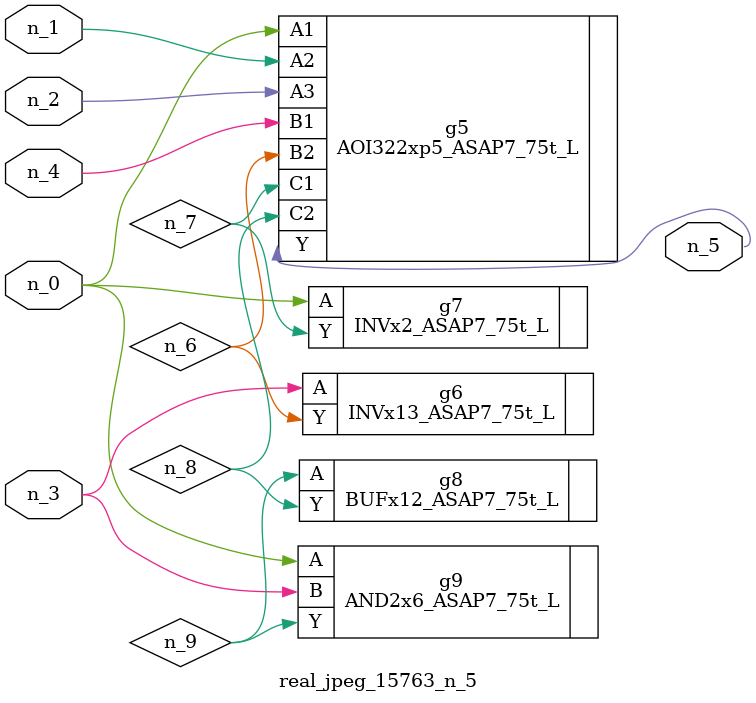
<source format=v>
module real_jpeg_15763_n_5 (n_4, n_0, n_1, n_2, n_3, n_5);

input n_4;
input n_0;
input n_1;
input n_2;
input n_3;

output n_5;

wire n_8;
wire n_6;
wire n_7;
wire n_9;

AOI322xp5_ASAP7_75t_L g5 ( 
.A1(n_0),
.A2(n_1),
.A3(n_2),
.B1(n_4),
.B2(n_6),
.C1(n_7),
.C2(n_8),
.Y(n_5)
);

INVx2_ASAP7_75t_L g7 ( 
.A(n_0),
.Y(n_7)
);

AND2x6_ASAP7_75t_L g9 ( 
.A(n_0),
.B(n_3),
.Y(n_9)
);

INVx13_ASAP7_75t_L g6 ( 
.A(n_3),
.Y(n_6)
);

BUFx12_ASAP7_75t_L g8 ( 
.A(n_9),
.Y(n_8)
);


endmodule
</source>
